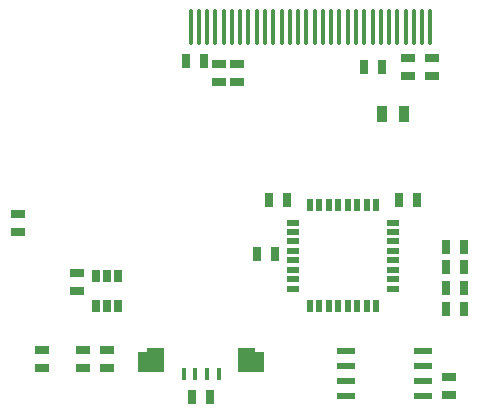
<source format=gbr>
%TF.GenerationSoftware,KiCad,Pcbnew,6.0.0*%
%TF.CreationDate,2022-06-11T19:07:52+02:00*%
%TF.ProjectId,cowdin-3c-esp-ui,636f7764-696e-42d3-9363-2d6573702d75,1*%
%TF.SameCoordinates,Original*%
%TF.FileFunction,Paste,Bot*%
%TF.FilePolarity,Positive*%
%FSLAX46Y46*%
G04 Gerber Fmt 4.6, Leading zero omitted, Abs format (unit mm)*
G04 Created by KiCad (PCBNEW 6.0.0) date 2022-06-11 19:07:52*
%MOMM*%
%LPD*%
G01*
G04 APERTURE LIST*
G04 Aperture macros list*
%AMRoundRect*
0 Rectangle with rounded corners*
0 $1 Rounding radius*
0 $2 $3 $4 $5 $6 $7 $8 $9 X,Y pos of 4 corners*
0 Add a 4 corners polygon primitive as box body*
4,1,4,$2,$3,$4,$5,$6,$7,$8,$9,$2,$3,0*
0 Add four circle primitives for the rounded corners*
1,1,$1+$1,$2,$3*
1,1,$1+$1,$4,$5*
1,1,$1+$1,$6,$7*
1,1,$1+$1,$8,$9*
0 Add four rect primitives between the rounded corners*
20,1,$1+$1,$2,$3,$4,$5,0*
20,1,$1+$1,$4,$5,$6,$7,0*
20,1,$1+$1,$6,$7,$8,$9,0*
20,1,$1+$1,$8,$9,$2,$3,0*%
%AMFreePoly0*
4,1,17,1.085355,1.010355,1.100000,0.975000,1.100000,-0.975000,1.085355,-1.010355,1.050000,-1.025000,-1.050000,-1.025000,-1.085355,-1.010355,-1.100000,-0.975000,-1.100000,0.625000,-1.085355,0.660355,-1.050000,0.675000,-0.300000,0.675000,-0.300000,0.975000,-0.285355,1.010355,-0.250000,1.025000,1.050000,1.025000,1.085355,1.010355,1.085355,1.010355,$1*%
%AMFreePoly1*
4,1,17,0.285355,1.010355,0.300000,0.975000,0.300000,0.675000,1.050000,0.675000,1.085355,0.660355,1.100000,0.625000,1.100000,-0.975000,1.085355,-1.010355,1.050000,-1.025000,-1.050000,-1.025000,-1.085355,-1.010355,-1.100000,-0.975000,-1.100000,0.975000,-1.085355,1.010355,-1.050000,1.025000,0.250000,1.025000,0.285355,1.010355,0.285355,1.010355,$1*%
G04 Aperture macros list end*
%ADD10R,1.143000X0.635000*%
%ADD11R,0.500000X1.000000*%
%ADD12R,1.000000X0.500000*%
%ADD13R,0.701040X1.000760*%
%ADD14R,1.600000X0.550000*%
%ADD15R,0.635000X1.143000*%
%ADD16R,0.300000X1.100000*%
%ADD17FreePoly0,0.000000*%
%ADD18FreePoly1,0.000000*%
%ADD19R,0.889000X1.397000*%
%ADD20RoundRect,0.100000X-0.100000X-1.400000X0.100000X-1.400000X0.100000X1.400000X-0.100000X1.400000X0*%
G04 APERTURE END LIST*
D10*
%TO.C,C9*%
X150500000Y-95738000D03*
X150500000Y-97262000D03*
%TD*%
D11*
%TO.C,U1*%
X158200000Y-107750000D03*
X159000000Y-107750000D03*
X159800000Y-107750000D03*
X160600000Y-107750000D03*
X161400000Y-107750000D03*
X162200000Y-107750000D03*
X163000000Y-107750000D03*
X163800000Y-107750000D03*
D12*
X165250000Y-109200000D03*
X165250000Y-110000000D03*
X165250000Y-110800000D03*
X165250000Y-111600000D03*
X165250000Y-112400000D03*
X165250000Y-113200000D03*
X165250000Y-114000000D03*
X165250000Y-114800000D03*
D11*
X163800000Y-116250000D03*
X163000000Y-116250000D03*
X162200000Y-116250000D03*
X161400000Y-116250000D03*
X160600000Y-116250000D03*
X159800000Y-116250000D03*
X159000000Y-116250000D03*
X158200000Y-116250000D03*
D12*
X156750000Y-114800000D03*
X156750000Y-114000000D03*
X156750000Y-113200000D03*
X156750000Y-112400000D03*
X156750000Y-111600000D03*
X156750000Y-110800000D03*
X156750000Y-110000000D03*
X156750000Y-109200000D03*
%TD*%
D10*
%TO.C,C11*%
X138500000Y-115012000D03*
X138500000Y-113488000D03*
%TD*%
D13*
%TO.C,D1*%
X140047500Y-113730000D03*
X141000000Y-113730000D03*
X141952500Y-113730000D03*
X141952500Y-116270000D03*
X141000000Y-116270000D03*
X140047500Y-116270000D03*
%TD*%
D14*
%TO.C,U2*%
X161250000Y-123905000D03*
X161250000Y-122635000D03*
X161250000Y-121365000D03*
X161250000Y-120095000D03*
X167750000Y-120095000D03*
X167750000Y-121365000D03*
X167750000Y-122635000D03*
X167750000Y-123905000D03*
%TD*%
D10*
%TO.C,C2*%
X135500000Y-119988000D03*
X135500000Y-121512000D03*
%TD*%
D15*
%TO.C,C3*%
X169738000Y-113000000D03*
X171262000Y-113000000D03*
%TD*%
D10*
%TO.C,R3*%
X133500000Y-110012000D03*
X133500000Y-108488000D03*
%TD*%
%TO.C,C7*%
X166500000Y-95238000D03*
X166500000Y-96762000D03*
%TD*%
D15*
%TO.C,C14*%
X156262000Y-107250000D03*
X154738000Y-107250000D03*
%TD*%
%TO.C,C15*%
X165738000Y-107250000D03*
X167262000Y-107250000D03*
%TD*%
D16*
%TO.C,P1*%
X147500000Y-122000000D03*
X148500000Y-122000000D03*
X149500000Y-122000000D03*
X150500000Y-122000000D03*
D17*
X144750000Y-120875000D03*
D18*
X153250000Y-120875000D03*
%TD*%
D15*
%TO.C,C12*%
X155262000Y-111900000D03*
X153738000Y-111900000D03*
%TD*%
D10*
%TO.C,C18*%
X170000000Y-123762000D03*
X170000000Y-122238000D03*
%TD*%
D15*
%TO.C,C10*%
X149262000Y-95500000D03*
X147738000Y-95500000D03*
%TD*%
%TO.C,C5*%
X169738000Y-111250000D03*
X171262000Y-111250000D03*
%TD*%
D19*
%TO.C,C16*%
X164297500Y-100000000D03*
X166202500Y-100000000D03*
%TD*%
D15*
%TO.C,C4*%
X169738000Y-114750000D03*
X171262000Y-114750000D03*
%TD*%
D20*
%TO.C,DISP1*%
X168400000Y-92640000D03*
X167700000Y-92640000D03*
X167000000Y-92640000D03*
X166300000Y-92640000D03*
X165600000Y-92640000D03*
X164900000Y-92640000D03*
X164200000Y-92640000D03*
X163500000Y-92640000D03*
X162800000Y-92640000D03*
X162100000Y-92640000D03*
X161400000Y-92640000D03*
X160700000Y-92640000D03*
X160000000Y-92640000D03*
X159300000Y-92640000D03*
X158600000Y-92640000D03*
X157900000Y-92640000D03*
X157200000Y-92640000D03*
X156500000Y-92640000D03*
X155800000Y-92640000D03*
X155100000Y-92640000D03*
X154400000Y-92640000D03*
X153700000Y-92640000D03*
X153000000Y-92640000D03*
X152300000Y-92640000D03*
X151600000Y-92640000D03*
X150900000Y-92640000D03*
X150200000Y-92640000D03*
X149500000Y-92640000D03*
X148800000Y-92640000D03*
X148100000Y-92640000D03*
%TD*%
D10*
%TO.C,C8*%
X168500000Y-95238000D03*
X168500000Y-96762000D03*
%TD*%
%TO.C,R2*%
X141000000Y-121512000D03*
X141000000Y-119988000D03*
%TD*%
D15*
%TO.C,C6*%
X169738000Y-116500000D03*
X171262000Y-116500000D03*
%TD*%
D10*
%TO.C,C13*%
X139000000Y-119988000D03*
X139000000Y-121512000D03*
%TD*%
%TO.C,R1*%
X152000000Y-95738000D03*
X152000000Y-97262000D03*
%TD*%
D15*
%TO.C,C17*%
X164262000Y-96000000D03*
X162738000Y-96000000D03*
%TD*%
%TO.C,C1*%
X149762000Y-124000000D03*
X148238000Y-124000000D03*
%TD*%
M02*

</source>
